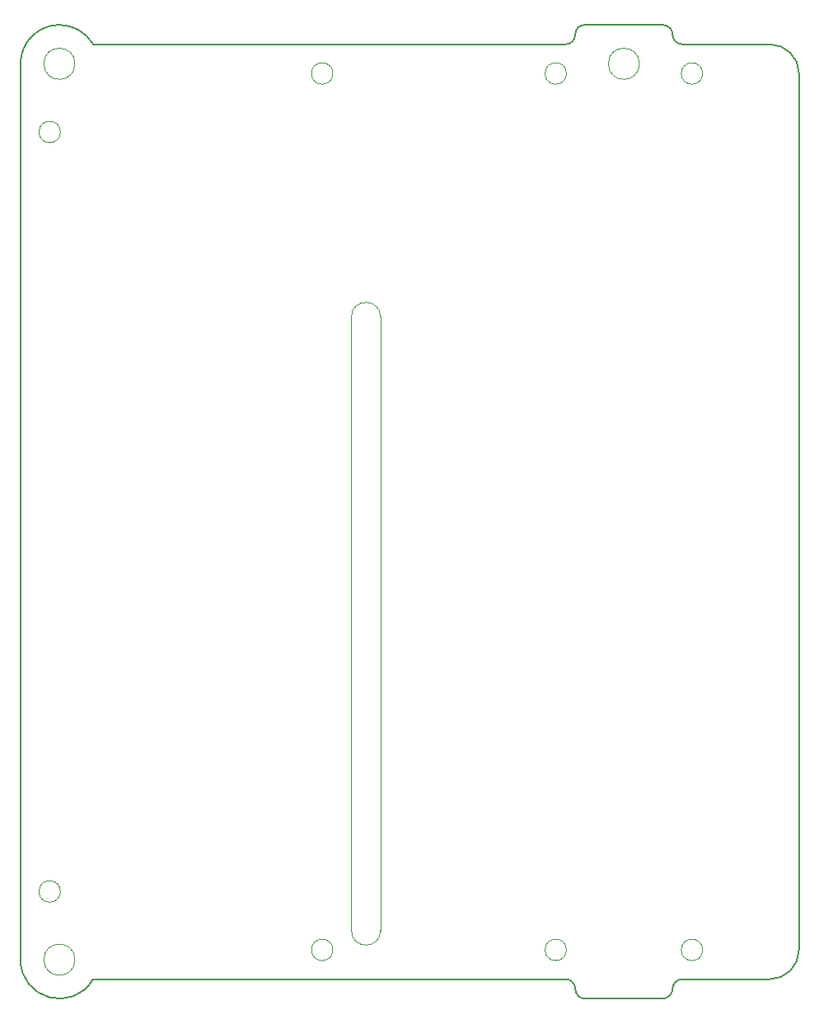
<source format=gbr>
%TF.GenerationSoftware,KiCad,Pcbnew,9.0.2*%
%TF.CreationDate,2025-05-29T14:29:54+03:00*%
%TF.ProjectId,PM-CNV_RQ8,504d2d43-4e56-45f5-9251-382e6b696361,rev?*%
%TF.SameCoordinates,Original*%
%TF.FileFunction,Profile,NP*%
%FSLAX46Y46*%
G04 Gerber Fmt 4.6, Leading zero omitted, Abs format (unit mm)*
G04 Created by KiCad (PCBNEW 9.0.2) date 2025-05-29 14:29:54*
%MOMM*%
%LPD*%
G01*
G04 APERTURE LIST*
%TA.AperFunction,Profile*%
%ADD10C,0.200000*%
%TD*%
%TA.AperFunction,Profile*%
%ADD11C,0.050000*%
%TD*%
G04 APERTURE END LIST*
D10*
X27000000Y-49000000D02*
G75*
G02*
X28000000Y-48000000I1000000J0D01*
G01*
X18000000Y-50000000D02*
G75*
G02*
X17000000Y-49000000I0J1000000D01*
G01*
X28000000Y48000000D02*
G75*
G02*
X27000000Y49000000I0J1000000D01*
G01*
X17000000Y49000000D02*
G75*
G02*
X18000000Y50000000I1000000J0D01*
G01*
X-40000000Y46000000D02*
G75*
G02*
X-36000000Y50000000I4000000J0D01*
G01*
X16000000Y-48000000D02*
G75*
G02*
X17000000Y-49000000I0J-1000000D01*
G01*
X18000000Y-50000000D02*
X26000000Y-50000000D01*
X-36000000Y50000000D02*
G75*
G02*
X-32533686Y47996164I-1J-4000002D01*
G01*
X40000000Y-45000000D02*
G75*
G02*
X37000000Y-48000000I-3000000J0D01*
G01*
X37000000Y48000000D02*
G75*
G02*
X40000000Y45000000I0J-3000000D01*
G01*
X28000000Y-48000000D02*
X37000000Y-48000000D01*
X16000000Y-48000000D02*
X-32535900Y-48000000D01*
X37000000Y48000000D02*
X28000000Y48000000D01*
X-40000000Y46000000D02*
X-40000000Y-46000000D01*
X40000000Y45000000D02*
X40000000Y-45000000D01*
X26000000Y50000000D02*
G75*
G02*
X27000000Y49000000I0J-1000000D01*
G01*
X17000000Y49000000D02*
G75*
G02*
X16000000Y48000000I-1000000J0D01*
G01*
X-32535899Y-48000000D02*
G75*
G02*
X-39999999Y-46000000I-3464101J2000000D01*
G01*
X26000000Y50000000D02*
X18000000Y50000000D01*
X27000000Y-49000000D02*
G75*
G02*
X26000000Y-50000000I-1000000J0D01*
G01*
X-32527027Y48000000D02*
X16000000Y48000000D01*
D11*
X-3000000Y-43000000D02*
X-3000000Y20000000D01*
X-6000000Y20000000D02*
G75*
G02*
X-3000000Y20000000I1500000J0D01*
G01*
X-3000000Y-43000000D02*
G75*
G02*
X-6000000Y-43000000I-1500000J0D01*
G01*
X-6000000Y20000000D02*
X-6000000Y-43000000D01*
%TO.C,U4*%
X-35900000Y39000000D02*
G75*
G02*
X-38100000Y39000000I-1100000J0D01*
G01*
X-38100000Y39000000D02*
G75*
G02*
X-35900000Y39000000I1100000J0D01*
G01*
X-35900000Y-39000000D02*
G75*
G02*
X-38100000Y-39000000I-1100000J0D01*
G01*
X-38100000Y-39000000D02*
G75*
G02*
X-35900000Y-39000000I1100000J0D01*
G01*
X-7900000Y45000000D02*
G75*
G02*
X-10100000Y45000000I-1100000J0D01*
G01*
X-10100000Y45000000D02*
G75*
G02*
X-7900000Y45000000I1100000J0D01*
G01*
X-7900000Y-45000000D02*
G75*
G02*
X-10100000Y-45000000I-1100000J0D01*
G01*
X-10100000Y-45000000D02*
G75*
G02*
X-7900000Y-45000000I1100000J0D01*
G01*
%TO.C,U3*%
X16100000Y45000000D02*
G75*
G02*
X13900000Y45000000I-1100000J0D01*
G01*
X13900000Y45000000D02*
G75*
G02*
X16100000Y45000000I1100000J0D01*
G01*
X16100000Y-45000000D02*
G75*
G02*
X13900000Y-45000000I-1100000J0D01*
G01*
X13900000Y-45000000D02*
G75*
G02*
X16100000Y-45000000I1100000J0D01*
G01*
X30100000Y45000000D02*
G75*
G02*
X27900000Y45000000I-1100000J0D01*
G01*
X27900000Y45000000D02*
G75*
G02*
X30100000Y45000000I1100000J0D01*
G01*
X30100000Y-45000000D02*
G75*
G02*
X27900000Y-45000000I-1100000J0D01*
G01*
X27900000Y-45000000D02*
G75*
G02*
X30100000Y-45000000I1100000J0D01*
G01*
%TO.C,H2*%
X-34400000Y46000000D02*
G75*
G02*
X-37600000Y46000000I-1600000J0D01*
G01*
X-37600000Y46000000D02*
G75*
G02*
X-34400000Y46000000I1600000J0D01*
G01*
%TO.C,H1*%
X23600000Y46000000D02*
G75*
G02*
X20400000Y46000000I-1600000J0D01*
G01*
X20400000Y46000000D02*
G75*
G02*
X23600000Y46000000I1600000J0D01*
G01*
%TO.C,H3*%
X-34400000Y-46000000D02*
G75*
G02*
X-37600000Y-46000000I-1600000J0D01*
G01*
X-37600000Y-46000000D02*
G75*
G02*
X-34400000Y-46000000I1600000J0D01*
G01*
%TD*%
M02*

</source>
